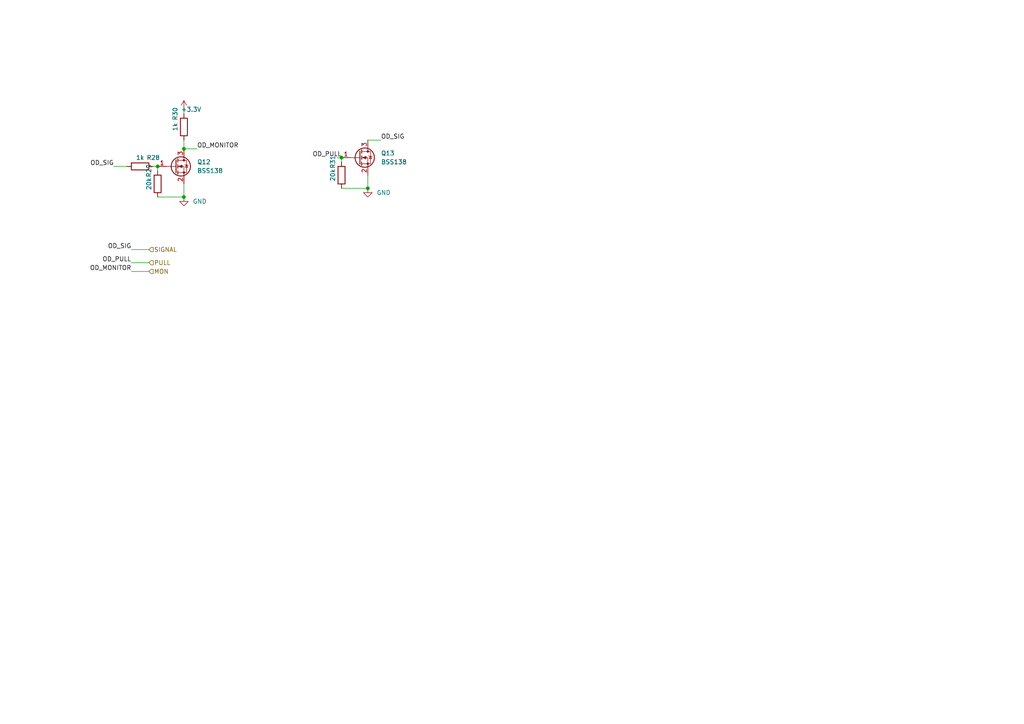
<source format=kicad_sch>
(kicad_sch (version 20231120) (generator "eeschema") (generator_version "8.0")
  (paper "A4")
  (lib_symbols
    (symbol "Device:R" (pin_numbers hide) (pin_names (offset 0))
      (property "Reference" "R" (at 2.032 0 90))
      (property "Value" "R" (at 0 0 90))
      (symbol "R_0_1"
        (rectangle (start -1.016 -2.54) (end 1.016 2.54) (stroke (width 0.254)))
      )
      (symbol "R_1_1"
        (pin passive line (at 0 3.81 270) (length 1.27) (name "~") (number "1"))
        (pin passive line (at 0 -3.81 90) (length 1.27) (name "~") (number "2"))
      )
    )
    (symbol "Transistor_FET:BSS138" (pin_names hide)
      (property "Reference" "Q" (at 5.08 1.905 0))
      (property "Value" "BSS138" (at 5.08 0 0))
      (symbol "BSS138_0_1"
        (polyline (pts (xy 0.254 0) (xy -2.54 0)))
        (polyline (pts (xy 0.254 1.905) (xy 0.254 -1.905)) (stroke (width 0.254)))
        (polyline (pts (xy 0.762 -1.27) (xy 0.762 -2.286)) (stroke (width 0.254)))
        (polyline (pts (xy 0.762 0.508) (xy 0.762 -0.508)) (stroke (width 0.254)))
        (polyline (pts (xy 0.762 2.286) (xy 0.762 1.27)) (stroke (width 0.254)))
        (polyline (pts (xy 2.54 2.54) (xy 2.54 1.778)))
        (polyline (pts (xy 2.54 -2.54) (xy 2.54 0) (xy 0.762 0)))
        (polyline (pts (xy 0.762 -1.778) (xy 3.302 -1.778) (xy 3.302 1.778) (xy 0.762 1.778)))
        (polyline (pts (xy 1.016 0) (xy 2.032 0.381) (xy 2.032 -0.381) (xy 1.016 0)) (fill (type outline)))
        (polyline (pts (xy 2.794 0.508) (xy 2.921 0.381) (xy 3.683 0.381) (xy 3.81 0.254)))
        (polyline (pts (xy 3.302 0.381) (xy 2.921 -0.254) (xy 3.683 -0.254) (xy 3.302 0.381)))
        (circle (center 1.651 0) (radius 2.794) (stroke (width 0.254)))
        (circle (center 2.54 -1.778) (radius 0.254) (fill (type outline)))
        (circle (center 2.54 1.778) (radius 0.254) (fill (type outline)))
      )
      (symbol "BSS138_1_1"
        (pin input line (at -5.08 0 0) (length 2.54) (name "G") (number "1"))
        (pin passive line (at 2.54 -5.08 90) (length 2.54) (name "S") (number "2"))
        (pin passive line (at 2.54 5.08 270) (length 2.54) (name "D") (number "3"))
      )
    )
    (symbol "power:+3.3V" (power) (pin_names (offset 0))
      (property "Value" "+3.3V" (at 0 3.556 0))
      (symbol "+3.3V_0_1"
        (polyline (pts (xy -0.762 1.27) (xy 0 2.54)))
        (polyline (pts (xy 0 0) (xy 0 2.54)))
        (polyline (pts (xy 0 2.54) (xy 0.762 1.27)))
      )
      (symbol "+3.3V_1_1"
        (pin power_in line (at 0 0 90) (length 0) hide (name "+3.3V") (number "1"))
      )
    )
    (symbol "power:GND" (power) (pin_names (offset 0))
      (property "Value" "GND" (at 0 -3.81 0))
      (symbol "GND_0_1"
        (polyline (pts (xy 0 0) (xy 0 -1.27) (xy 1.27 -1.27) (xy 0 -2.54) (xy -1.27 -1.27) (xy 0 -1.27)))
      )
      (symbol "GND_1_1"
        (pin power_in line (at 0 0 270) (length 0) hide (name "GND") (number "1"))
      )
    )
  )
  (junction (at 99.06 45.72))
  (junction (at 45.72 48.26))
  (junction (at 53.34 57.15))
  (junction (at 106.68 54.61))
  (junction (at 53.34 43.18))
  (wire (pts (xy 38.1 78.74) (xy 43.18 78.74)))
  (wire (pts (xy 53.34 40.64) (xy 53.34 43.18)))
  (wire (pts (xy 99.06 45.72) (xy 99.06 46.99)))
  (wire (pts (xy 38.1 76.2) (xy 43.18 76.2)))
  (wire (pts (xy 53.34 31.75) (xy 53.34 33.02)))
  (wire (pts (xy 44.45 48.26) (xy 45.72 48.26)))
  (wire (pts (xy 33.02 48.26) (xy 36.83 48.26)))
  (wire (pts (xy 45.72 57.15) (xy 53.34 57.15)))
  (wire (pts (xy 106.68 40.64) (xy 110.49 40.64)))
  (wire (pts (xy 53.34 43.18) (xy 57.15 43.18)))
  (wire (pts (xy 38.1 72.39) (xy 43.18 72.39)))
  (wire (pts (xy 53.34 53.34) (xy 53.34 57.15)))
  (wire (pts (xy 106.68 50.8) (xy 106.68 54.61)))
  (wire (pts (xy 45.72 48.26) (xy 45.72 49.53)))
  (wire (pts (xy 99.06 54.61) (xy 106.68 54.61)))
  (wire (pts (xy 97.79 45.72) (xy 99.06 45.72)))
  (label "OD_MONITOR" (at 38.1 78.74 180))
  (label "OD_PULL" (at 38.1 76.2 180))
  (label "OD_SIG" (at 110.49 40.64 0))
  (label "OD_PULL" (at 99.06 45.72 180))
  (label "OD_MONITOR" (at 57.15 43.18 0))
  (label "OD_SIG" (at 38.1 72.39 180))
  (label "OD_SIG" (at 33.02 48.26 180))
  (hierarchical_label "SIGNAL" (shape input) (at 43.18 72.39 0))
  (hierarchical_label "PULL" (shape input) (at 43.18 76.2 0))
  (hierarchical_label "MON" (shape input) (at 43.18 78.74 0))
  (symbol (lib_id "Device:R") (at 45.72 53.34 180) (unit 1)
    (property "Reference" "R29" (at 43.18 49.53 90))
    (property "Value" "20k" (at 43.18 53.34 90))
    (property "Footprint" "Resistor_SMD:R_0603_1608Metric" (effects (hide yes)))
    (instances (project "esp32_usb_din_bud_dmb-4770" (path "" (reference "R29") (unit 1)) (path "" (reference "R11") (unit 1)) (path "" (reference "R33") (unit 1)) (path "" (reference "R37") (unit 1))))
  )
  (symbol (lib_id "power:GND") (at 53.34 57.15 0) (unit 1)
    (property "Reference" "#PWR023" (effects (hide yes)))
    (property "Value" "GND" (at 55.88 58.4199 0) (effects (justify left)))
    (instances (project "esp32_usb_din_bud_dmb-4770" (path "" (reference "#PWR023") (unit 1)) (path "" (reference "#PWR015") (unit 1)) (path "" (reference "#PWR031") (unit 1)) (path "" (reference "#PWR034") (unit 1))))
  )
  (symbol (lib_id "Device:R") (at 99.06 50.8 180) (unit 1)
    (property "Reference" "R31" (at 96.52 46.99 90))
    (property "Value" "20k" (at 96.52 50.8 90))
    (property "Footprint" "Resistor_SMD:R_0603_1608Metric" (effects (hide yes)))
    (instances (project "esp32_usb_din_bud_dmb-4770" (path "" (reference "R31") (unit 1)) (path "" (reference "R26") (unit 1)) (path "" (reference "R35") (unit 1)) (path "" (reference "R39") (unit 1))))
  )
  (symbol (lib_id "Device:R") (at 53.34 36.83 180) (unit 1)
    (property "Reference" "R30" (at 50.8 33.02 90))
    (property "Value" "1k" (at 50.8 36.83 90))
    (property "Footprint" "Resistor_SMD:R_0603_1608Metric" (effects (hide yes)))
    (instances (project "esp32_usb_din_bud_dmb-4770" (path "" (reference "R30") (unit 1)) (path "" (reference "R16") (unit 1)) (path "" (reference "R34") (unit 1)) (path "" (reference "R38") (unit 1))))
  )
  (symbol (lib_id "Transistor_FET:BSS138") (at 50.8 48.26 0) (unit 1)
    (property "Reference" "Q12" (at 57.15 46.9899 0) (effects (justify left)))
    (property "Value" "BSS138" (at 57.15 49.5299 0) (effects (justify left)))
    (property "Footprint" "Package_TO_SOT_SMD:SOT-23-3" (effects (hide yes)))
    (property "Datasheet" "https://www.onsemi.com/pub/Collateral/BSS138-D.PDF" (effects (hide yes)))
    (instances (project "esp32_usb_din_bud_dmb-4770" (path "" (reference "Q12") (unit 1)) (path "" (reference "Q10") (unit 1)) (path "" (reference "Q14") (unit 1)) (path "" (reference "Q16") (unit 1))))
  )
  (symbol (lib_id "power:GND") (at 106.68 54.61 0) (unit 1)
    (property "Reference" "#PWR024" (effects (hide yes)))
    (property "Value" "GND" (at 109.22 55.8799 0) (effects (justify left)))
    (instances (project "esp32_usb_din_bud_dmb-4770" (path "" (reference "#PWR024") (unit 1)) (path "" (reference "#PWR017") (unit 1)) (path "" (reference "#PWR032") (unit 1)) (path "" (reference "#PWR035") (unit 1))))
  )
  (symbol (lib_id "power:+3.3V") (at 53.34 31.75 0) (unit 1)
    (property "Reference" "#PWR022" (effects (hide yes)))
    (property "Value" "+3.3V" (at 58.42 31.75 0) (effects (justify right)))
    (instances (project "esp32_usb_din_bud_dmb-4770" (path "" (reference "#PWR022") (unit 1)) (path "" (reference "#PWR014") (unit 1)) (path "" (reference "#PWR025") (unit 1)) (path "" (reference "#PWR033") (unit 1))))
  )
  (symbol (lib_id "Transistor_FET:BSS138") (at 104.14 45.72 0) (unit 1)
    (property "Reference" "Q13" (at 110.49 44.4499 0) (effects (justify left)))
    (property "Value" "BSS138" (at 110.49 46.9899 0) (effects (justify left)))
    (property "Footprint" "Package_TO_SOT_SMD:SOT-23-3" (effects (hide yes)))
    (property "Datasheet" "https://www.onsemi.com/pub/Collateral/BSS138-D.PDF" (effects (hide yes)))
    (instances (project "esp32_usb_din_bud_dmb-4770" (path "" (reference "Q13") (unit 1)) (path "" (reference "Q11") (unit 1)) (path "" (reference "Q15") (unit 1)) (path "" (reference "Q17") (unit 1))))
  )
  (symbol (lib_id "Device:R") (at 40.64 48.26 90) (unit 1)
    (property "Reference" "R28" (at 44.45 45.72 90))
    (property "Value" "1k" (at 40.64 45.72 90))
    (property "Footprint" "Resistor_SMD:R_0603_1608Metric" (effects (hide yes)))
    (instances (project "esp32_usb_din_bud_dmb-4770" (path "" (reference "R28") (unit 1)) (path "" (reference "R10") (unit 1)) (path "" (reference "R32") (unit 1)) (path "" (reference "R36") (unit 1))))
  )
)
</source>
